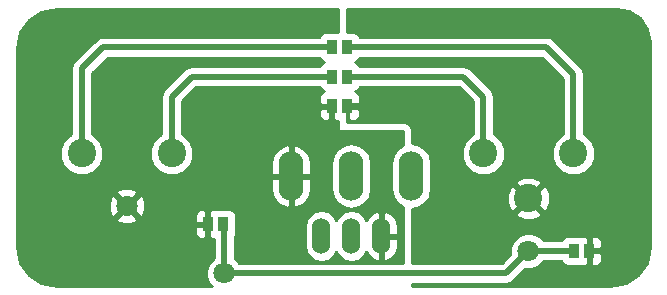
<source format=gbl>
G04 #@! TF.FileFunction,Copper,L2,Bot,Signal*
%FSLAX46Y46*%
G04 Gerber Fmt 4.6, Leading zero omitted, Abs format (unit mm)*
G04 Created by KiCad (PCBNEW 4.0.6) date 06/08/17 14:58:16*
%MOMM*%
%LPD*%
G01*
G04 APERTURE LIST*
%ADD10C,0.100000*%
%ADD11C,2.397760*%
%ADD12C,1.798320*%
%ADD13O,1.524000X3.048000*%
%ADD14O,2.095500X4.191000*%
%ADD15R,0.970000X1.270000*%
%ADD16C,0.500000*%
%ADD17C,0.254000*%
G04 APERTURE END LIST*
D10*
D11*
X103810000Y-101000000D03*
X96190000Y-101000000D03*
D12*
X100000000Y-105447540D03*
X108249920Y-111160000D03*
D11*
X130190000Y-101000000D03*
X137810000Y-101000000D03*
X134000000Y-104810000D03*
D12*
X134000000Y-109255000D03*
D13*
X116460000Y-108000000D03*
X119000000Y-108000000D03*
X121540000Y-108000000D03*
D14*
X124080000Y-102920000D03*
X119000000Y-102920000D03*
X113920000Y-102920000D03*
D15*
X117360000Y-92000000D03*
X118640000Y-92000000D03*
X137860000Y-109250000D03*
X139140000Y-109250000D03*
X108140000Y-107000000D03*
X106860000Y-107000000D03*
X117360000Y-94500000D03*
X118640000Y-94500000D03*
X117360000Y-97000000D03*
X118640000Y-97000000D03*
D16*
X103810000Y-101000000D02*
X103810000Y-96190000D01*
X110310000Y-94500000D02*
X117360000Y-94500000D01*
X103810000Y-96190000D02*
X105500000Y-94500000D01*
X105500000Y-94500000D02*
X110310000Y-94500000D01*
X96190000Y-93810000D02*
X98000000Y-92000000D01*
X98000000Y-92000000D02*
X105190000Y-92000000D01*
X96190000Y-101000000D02*
X96190000Y-93810000D01*
X117360000Y-92000000D02*
X105190000Y-92000000D01*
X118640000Y-94500000D02*
X128500000Y-94500000D01*
X128500000Y-94500000D02*
X130190000Y-96190000D01*
X130190000Y-96190000D02*
X130190000Y-101000000D01*
X118640000Y-92000000D02*
X135500000Y-92000000D01*
X135500000Y-92000000D02*
X137810000Y-94310000D01*
X137810000Y-94310000D02*
X137810000Y-101000000D01*
X119625000Y-97000000D02*
X125000000Y-97000000D01*
X118640000Y-97000000D02*
X119625000Y-97000000D01*
X108249920Y-111160000D02*
X108249920Y-107109920D01*
X108249920Y-107109920D02*
X108140000Y-107000000D01*
X108249920Y-111160000D02*
X132095000Y-111160000D01*
X132095000Y-111160000D02*
X134000000Y-109255000D01*
X134000000Y-109255000D02*
X137855000Y-109255000D01*
X137855000Y-109255000D02*
X137860000Y-109250000D01*
X108250000Y-111159920D02*
X108249920Y-111160000D01*
D17*
G36*
X117873000Y-90723230D02*
X117845000Y-90717560D01*
X116875000Y-90717560D01*
X116639683Y-90761838D01*
X116423559Y-90900910D01*
X116278569Y-91113110D01*
X116278186Y-91115000D01*
X98000005Y-91115000D01*
X98000000Y-91114999D01*
X97661326Y-91182366D01*
X97566054Y-91246025D01*
X97374210Y-91374210D01*
X97374208Y-91374213D01*
X95564210Y-93184210D01*
X95372367Y-93471325D01*
X95372367Y-93471326D01*
X95304999Y-93810000D01*
X95305000Y-93810005D01*
X95305000Y-99381414D01*
X95152547Y-99444406D01*
X94636219Y-99959834D01*
X94356439Y-100633618D01*
X94355802Y-101363181D01*
X94634406Y-102037453D01*
X95149834Y-102553781D01*
X95823618Y-102833561D01*
X96553181Y-102834198D01*
X97227453Y-102555594D01*
X97743781Y-102040166D01*
X98023561Y-101366382D01*
X98024198Y-100636819D01*
X97745594Y-99962547D01*
X97230166Y-99446219D01*
X97075000Y-99381788D01*
X97075000Y-94176580D01*
X98366579Y-92885000D01*
X116281286Y-92885000D01*
X116410910Y-93086441D01*
X116623110Y-93231431D01*
X116708926Y-93248809D01*
X116639683Y-93261838D01*
X116423559Y-93400910D01*
X116278569Y-93613110D01*
X116278186Y-93615000D01*
X105500005Y-93615000D01*
X105500000Y-93614999D01*
X105217516Y-93671190D01*
X105161325Y-93682367D01*
X104874210Y-93874210D01*
X104874208Y-93874213D01*
X103184210Y-95564210D01*
X102992367Y-95851325D01*
X102992367Y-95851326D01*
X102924999Y-96190000D01*
X102925000Y-96190005D01*
X102925000Y-99381414D01*
X102772547Y-99444406D01*
X102256219Y-99959834D01*
X101976439Y-100633618D01*
X101975802Y-101363181D01*
X102254406Y-102037453D01*
X102769834Y-102553781D01*
X103443618Y-102833561D01*
X104173181Y-102834198D01*
X104847453Y-102555594D01*
X105363781Y-102040166D01*
X105486241Y-101745250D01*
X112237250Y-101745250D01*
X112237250Y-102793000D01*
X113793000Y-102793000D01*
X113793000Y-100353551D01*
X114047000Y-100353551D01*
X114047000Y-102793000D01*
X115602750Y-102793000D01*
X115602750Y-101818756D01*
X117317250Y-101818756D01*
X117317250Y-104021244D01*
X117445342Y-104665205D01*
X117810116Y-105211128D01*
X118356039Y-105575902D01*
X119000000Y-105703994D01*
X119643961Y-105575902D01*
X120189884Y-105211128D01*
X120554658Y-104665205D01*
X120682750Y-104021244D01*
X120682750Y-101818756D01*
X120554658Y-101174795D01*
X120189884Y-100628872D01*
X119643961Y-100264098D01*
X119000000Y-100136006D01*
X118356039Y-100264098D01*
X117810116Y-100628872D01*
X117445342Y-101174795D01*
X117317250Y-101818756D01*
X115602750Y-101818756D01*
X115602750Y-101745250D01*
X115426057Y-101110957D01*
X115020081Y-100592564D01*
X114446628Y-100268992D01*
X114307926Y-100234825D01*
X114047000Y-100353551D01*
X113793000Y-100353551D01*
X113532074Y-100234825D01*
X113393372Y-100268992D01*
X112819919Y-100592564D01*
X112413943Y-101110957D01*
X112237250Y-101745250D01*
X105486241Y-101745250D01*
X105643561Y-101366382D01*
X105644198Y-100636819D01*
X105365594Y-99962547D01*
X104850166Y-99446219D01*
X104695000Y-99381788D01*
X104695000Y-97285750D01*
X116240000Y-97285750D01*
X116240000Y-97761309D01*
X116336673Y-97994698D01*
X116515301Y-98173327D01*
X116748690Y-98270000D01*
X117074250Y-98270000D01*
X117233000Y-98111250D01*
X117233000Y-97127000D01*
X116398750Y-97127000D01*
X116240000Y-97285750D01*
X104695000Y-97285750D01*
X104695000Y-96556580D01*
X105866579Y-95385000D01*
X116281286Y-95385000D01*
X116410910Y-95586441D01*
X116623110Y-95731431D01*
X116705134Y-95748041D01*
X116515301Y-95826673D01*
X116336673Y-96005302D01*
X116240000Y-96238691D01*
X116240000Y-96714250D01*
X116398750Y-96873000D01*
X117233000Y-96873000D01*
X117233000Y-96853000D01*
X117487000Y-96853000D01*
X117487000Y-96873000D01*
X117507000Y-96873000D01*
X117507000Y-97127000D01*
X117487000Y-97127000D01*
X117487000Y-98111250D01*
X117645750Y-98270000D01*
X117873000Y-98270000D01*
X117873000Y-99000000D01*
X117883006Y-99049410D01*
X117911447Y-99091035D01*
X117953841Y-99118315D01*
X118000000Y-99127000D01*
X123373000Y-99127000D01*
X123373000Y-100306219D01*
X122890116Y-100628872D01*
X122525342Y-101174795D01*
X122397250Y-101818756D01*
X122397250Y-104021244D01*
X122525342Y-104665205D01*
X122890116Y-105211128D01*
X123373000Y-105533781D01*
X123373000Y-110275000D01*
X109534203Y-110275000D01*
X109134920Y-109875020D01*
X109134920Y-108013503D01*
X109221431Y-107886890D01*
X109272440Y-107635000D01*
X109272440Y-107195703D01*
X115063000Y-107195703D01*
X115063000Y-108804297D01*
X115169340Y-109338906D01*
X115472172Y-109792125D01*
X115925391Y-110094957D01*
X116460000Y-110201297D01*
X116994609Y-110094957D01*
X117447828Y-109792125D01*
X117730000Y-109369826D01*
X118012172Y-109792125D01*
X118465391Y-110094957D01*
X119000000Y-110201297D01*
X119534609Y-110094957D01*
X119987828Y-109792125D01*
X120280349Y-109354338D01*
X120297941Y-109413941D01*
X120641974Y-109839630D01*
X121122723Y-110101260D01*
X121196930Y-110116220D01*
X121413000Y-109993720D01*
X121413000Y-108127000D01*
X121667000Y-108127000D01*
X121667000Y-109993720D01*
X121883070Y-110116220D01*
X121957277Y-110101260D01*
X122438026Y-109839630D01*
X122782059Y-109413941D01*
X122937000Y-108889000D01*
X122937000Y-108127000D01*
X121667000Y-108127000D01*
X121413000Y-108127000D01*
X121393000Y-108127000D01*
X121393000Y-107873000D01*
X121413000Y-107873000D01*
X121413000Y-106006280D01*
X121667000Y-106006280D01*
X121667000Y-107873000D01*
X122937000Y-107873000D01*
X122937000Y-107111000D01*
X122782059Y-106586059D01*
X122438026Y-106160370D01*
X121957277Y-105898740D01*
X121883070Y-105883780D01*
X121667000Y-106006280D01*
X121413000Y-106006280D01*
X121196930Y-105883780D01*
X121122723Y-105898740D01*
X120641974Y-106160370D01*
X120297941Y-106586059D01*
X120280349Y-106645662D01*
X119987828Y-106207875D01*
X119534609Y-105905043D01*
X119000000Y-105798703D01*
X118465391Y-105905043D01*
X118012172Y-106207875D01*
X117730000Y-106630174D01*
X117447828Y-106207875D01*
X116994609Y-105905043D01*
X116460000Y-105798703D01*
X115925391Y-105905043D01*
X115472172Y-106207875D01*
X115169340Y-106661094D01*
X115063000Y-107195703D01*
X109272440Y-107195703D01*
X109272440Y-106365000D01*
X109228162Y-106129683D01*
X109089090Y-105913559D01*
X108876890Y-105768569D01*
X108625000Y-105717560D01*
X107655000Y-105717560D01*
X107508037Y-105745213D01*
X107471310Y-105730000D01*
X107145750Y-105730000D01*
X106987000Y-105888750D01*
X106987000Y-106873000D01*
X107007000Y-106873000D01*
X107007000Y-107127000D01*
X106987000Y-107127000D01*
X106987000Y-108111250D01*
X107145750Y-108270000D01*
X107364920Y-108270000D01*
X107364920Y-109875717D01*
X106950081Y-110289833D01*
X106716027Y-110853498D01*
X106715494Y-111463824D01*
X106948564Y-112027897D01*
X107185254Y-112265000D01*
X94072391Y-112265000D01*
X92756049Y-112003163D01*
X91701478Y-111298522D01*
X90996837Y-110243951D01*
X90735000Y-108927610D01*
X90735000Y-107285750D01*
X105740000Y-107285750D01*
X105740000Y-107761309D01*
X105836673Y-107994698D01*
X106015301Y-108173327D01*
X106248690Y-108270000D01*
X106574250Y-108270000D01*
X106733000Y-108111250D01*
X106733000Y-107127000D01*
X105898750Y-107127000D01*
X105740000Y-107285750D01*
X90735000Y-107285750D01*
X90735000Y-106527091D01*
X99100054Y-106527091D01*
X99186358Y-106783488D01*
X99759538Y-106993163D01*
X100369327Y-106967530D01*
X100813642Y-106783488D01*
X100899946Y-106527091D01*
X100000000Y-105627145D01*
X99100054Y-106527091D01*
X90735000Y-106527091D01*
X90735000Y-105207078D01*
X98454377Y-105207078D01*
X98480010Y-105816867D01*
X98664052Y-106261182D01*
X98920449Y-106347486D01*
X99820395Y-105447540D01*
X100179605Y-105447540D01*
X101079551Y-106347486D01*
X101335948Y-106261182D01*
X101344175Y-106238691D01*
X105740000Y-106238691D01*
X105740000Y-106714250D01*
X105898750Y-106873000D01*
X106733000Y-106873000D01*
X106733000Y-105888750D01*
X106574250Y-105730000D01*
X106248690Y-105730000D01*
X106015301Y-105826673D01*
X105836673Y-106005302D01*
X105740000Y-106238691D01*
X101344175Y-106238691D01*
X101545623Y-105688002D01*
X101519990Y-105078213D01*
X101335948Y-104633898D01*
X101079551Y-104547594D01*
X100179605Y-105447540D01*
X99820395Y-105447540D01*
X98920449Y-104547594D01*
X98664052Y-104633898D01*
X98454377Y-105207078D01*
X90735000Y-105207078D01*
X90735000Y-104367989D01*
X99100054Y-104367989D01*
X100000000Y-105267935D01*
X100899946Y-104367989D01*
X100813642Y-104111592D01*
X100240462Y-103901917D01*
X99630673Y-103927550D01*
X99186358Y-104111592D01*
X99100054Y-104367989D01*
X90735000Y-104367989D01*
X90735000Y-103047000D01*
X112237250Y-103047000D01*
X112237250Y-104094750D01*
X112413943Y-104729043D01*
X112819919Y-105247436D01*
X113393372Y-105571008D01*
X113532074Y-105605175D01*
X113793000Y-105486449D01*
X113793000Y-103047000D01*
X114047000Y-103047000D01*
X114047000Y-105486449D01*
X114307926Y-105605175D01*
X114446628Y-105571008D01*
X115020081Y-105247436D01*
X115426057Y-104729043D01*
X115602750Y-104094750D01*
X115602750Y-103047000D01*
X114047000Y-103047000D01*
X113793000Y-103047000D01*
X112237250Y-103047000D01*
X90735000Y-103047000D01*
X90735000Y-92072390D01*
X90996837Y-90756049D01*
X91701478Y-89701478D01*
X92756049Y-88996837D01*
X94072391Y-88735000D01*
X117873000Y-88735000D01*
X117873000Y-90723230D01*
X117873000Y-90723230D01*
G37*
X117873000Y-90723230D02*
X117845000Y-90717560D01*
X116875000Y-90717560D01*
X116639683Y-90761838D01*
X116423559Y-90900910D01*
X116278569Y-91113110D01*
X116278186Y-91115000D01*
X98000005Y-91115000D01*
X98000000Y-91114999D01*
X97661326Y-91182366D01*
X97566054Y-91246025D01*
X97374210Y-91374210D01*
X97374208Y-91374213D01*
X95564210Y-93184210D01*
X95372367Y-93471325D01*
X95372367Y-93471326D01*
X95304999Y-93810000D01*
X95305000Y-93810005D01*
X95305000Y-99381414D01*
X95152547Y-99444406D01*
X94636219Y-99959834D01*
X94356439Y-100633618D01*
X94355802Y-101363181D01*
X94634406Y-102037453D01*
X95149834Y-102553781D01*
X95823618Y-102833561D01*
X96553181Y-102834198D01*
X97227453Y-102555594D01*
X97743781Y-102040166D01*
X98023561Y-101366382D01*
X98024198Y-100636819D01*
X97745594Y-99962547D01*
X97230166Y-99446219D01*
X97075000Y-99381788D01*
X97075000Y-94176580D01*
X98366579Y-92885000D01*
X116281286Y-92885000D01*
X116410910Y-93086441D01*
X116623110Y-93231431D01*
X116708926Y-93248809D01*
X116639683Y-93261838D01*
X116423559Y-93400910D01*
X116278569Y-93613110D01*
X116278186Y-93615000D01*
X105500005Y-93615000D01*
X105500000Y-93614999D01*
X105217516Y-93671190D01*
X105161325Y-93682367D01*
X104874210Y-93874210D01*
X104874208Y-93874213D01*
X103184210Y-95564210D01*
X102992367Y-95851325D01*
X102992367Y-95851326D01*
X102924999Y-96190000D01*
X102925000Y-96190005D01*
X102925000Y-99381414D01*
X102772547Y-99444406D01*
X102256219Y-99959834D01*
X101976439Y-100633618D01*
X101975802Y-101363181D01*
X102254406Y-102037453D01*
X102769834Y-102553781D01*
X103443618Y-102833561D01*
X104173181Y-102834198D01*
X104847453Y-102555594D01*
X105363781Y-102040166D01*
X105486241Y-101745250D01*
X112237250Y-101745250D01*
X112237250Y-102793000D01*
X113793000Y-102793000D01*
X113793000Y-100353551D01*
X114047000Y-100353551D01*
X114047000Y-102793000D01*
X115602750Y-102793000D01*
X115602750Y-101818756D01*
X117317250Y-101818756D01*
X117317250Y-104021244D01*
X117445342Y-104665205D01*
X117810116Y-105211128D01*
X118356039Y-105575902D01*
X119000000Y-105703994D01*
X119643961Y-105575902D01*
X120189884Y-105211128D01*
X120554658Y-104665205D01*
X120682750Y-104021244D01*
X120682750Y-101818756D01*
X120554658Y-101174795D01*
X120189884Y-100628872D01*
X119643961Y-100264098D01*
X119000000Y-100136006D01*
X118356039Y-100264098D01*
X117810116Y-100628872D01*
X117445342Y-101174795D01*
X117317250Y-101818756D01*
X115602750Y-101818756D01*
X115602750Y-101745250D01*
X115426057Y-101110957D01*
X115020081Y-100592564D01*
X114446628Y-100268992D01*
X114307926Y-100234825D01*
X114047000Y-100353551D01*
X113793000Y-100353551D01*
X113532074Y-100234825D01*
X113393372Y-100268992D01*
X112819919Y-100592564D01*
X112413943Y-101110957D01*
X112237250Y-101745250D01*
X105486241Y-101745250D01*
X105643561Y-101366382D01*
X105644198Y-100636819D01*
X105365594Y-99962547D01*
X104850166Y-99446219D01*
X104695000Y-99381788D01*
X104695000Y-97285750D01*
X116240000Y-97285750D01*
X116240000Y-97761309D01*
X116336673Y-97994698D01*
X116515301Y-98173327D01*
X116748690Y-98270000D01*
X117074250Y-98270000D01*
X117233000Y-98111250D01*
X117233000Y-97127000D01*
X116398750Y-97127000D01*
X116240000Y-97285750D01*
X104695000Y-97285750D01*
X104695000Y-96556580D01*
X105866579Y-95385000D01*
X116281286Y-95385000D01*
X116410910Y-95586441D01*
X116623110Y-95731431D01*
X116705134Y-95748041D01*
X116515301Y-95826673D01*
X116336673Y-96005302D01*
X116240000Y-96238691D01*
X116240000Y-96714250D01*
X116398750Y-96873000D01*
X117233000Y-96873000D01*
X117233000Y-96853000D01*
X117487000Y-96853000D01*
X117487000Y-96873000D01*
X117507000Y-96873000D01*
X117507000Y-97127000D01*
X117487000Y-97127000D01*
X117487000Y-98111250D01*
X117645750Y-98270000D01*
X117873000Y-98270000D01*
X117873000Y-99000000D01*
X117883006Y-99049410D01*
X117911447Y-99091035D01*
X117953841Y-99118315D01*
X118000000Y-99127000D01*
X123373000Y-99127000D01*
X123373000Y-100306219D01*
X122890116Y-100628872D01*
X122525342Y-101174795D01*
X122397250Y-101818756D01*
X122397250Y-104021244D01*
X122525342Y-104665205D01*
X122890116Y-105211128D01*
X123373000Y-105533781D01*
X123373000Y-110275000D01*
X109534203Y-110275000D01*
X109134920Y-109875020D01*
X109134920Y-108013503D01*
X109221431Y-107886890D01*
X109272440Y-107635000D01*
X109272440Y-107195703D01*
X115063000Y-107195703D01*
X115063000Y-108804297D01*
X115169340Y-109338906D01*
X115472172Y-109792125D01*
X115925391Y-110094957D01*
X116460000Y-110201297D01*
X116994609Y-110094957D01*
X117447828Y-109792125D01*
X117730000Y-109369826D01*
X118012172Y-109792125D01*
X118465391Y-110094957D01*
X119000000Y-110201297D01*
X119534609Y-110094957D01*
X119987828Y-109792125D01*
X120280349Y-109354338D01*
X120297941Y-109413941D01*
X120641974Y-109839630D01*
X121122723Y-110101260D01*
X121196930Y-110116220D01*
X121413000Y-109993720D01*
X121413000Y-108127000D01*
X121667000Y-108127000D01*
X121667000Y-109993720D01*
X121883070Y-110116220D01*
X121957277Y-110101260D01*
X122438026Y-109839630D01*
X122782059Y-109413941D01*
X122937000Y-108889000D01*
X122937000Y-108127000D01*
X121667000Y-108127000D01*
X121413000Y-108127000D01*
X121393000Y-108127000D01*
X121393000Y-107873000D01*
X121413000Y-107873000D01*
X121413000Y-106006280D01*
X121667000Y-106006280D01*
X121667000Y-107873000D01*
X122937000Y-107873000D01*
X122937000Y-107111000D01*
X122782059Y-106586059D01*
X122438026Y-106160370D01*
X121957277Y-105898740D01*
X121883070Y-105883780D01*
X121667000Y-106006280D01*
X121413000Y-106006280D01*
X121196930Y-105883780D01*
X121122723Y-105898740D01*
X120641974Y-106160370D01*
X120297941Y-106586059D01*
X120280349Y-106645662D01*
X119987828Y-106207875D01*
X119534609Y-105905043D01*
X119000000Y-105798703D01*
X118465391Y-105905043D01*
X118012172Y-106207875D01*
X117730000Y-106630174D01*
X117447828Y-106207875D01*
X116994609Y-105905043D01*
X116460000Y-105798703D01*
X115925391Y-105905043D01*
X115472172Y-106207875D01*
X115169340Y-106661094D01*
X115063000Y-107195703D01*
X109272440Y-107195703D01*
X109272440Y-106365000D01*
X109228162Y-106129683D01*
X109089090Y-105913559D01*
X108876890Y-105768569D01*
X108625000Y-105717560D01*
X107655000Y-105717560D01*
X107508037Y-105745213D01*
X107471310Y-105730000D01*
X107145750Y-105730000D01*
X106987000Y-105888750D01*
X106987000Y-106873000D01*
X107007000Y-106873000D01*
X107007000Y-107127000D01*
X106987000Y-107127000D01*
X106987000Y-108111250D01*
X107145750Y-108270000D01*
X107364920Y-108270000D01*
X107364920Y-109875717D01*
X106950081Y-110289833D01*
X106716027Y-110853498D01*
X106715494Y-111463824D01*
X106948564Y-112027897D01*
X107185254Y-112265000D01*
X94072391Y-112265000D01*
X92756049Y-112003163D01*
X91701478Y-111298522D01*
X90996837Y-110243951D01*
X90735000Y-108927610D01*
X90735000Y-107285750D01*
X105740000Y-107285750D01*
X105740000Y-107761309D01*
X105836673Y-107994698D01*
X106015301Y-108173327D01*
X106248690Y-108270000D01*
X106574250Y-108270000D01*
X106733000Y-108111250D01*
X106733000Y-107127000D01*
X105898750Y-107127000D01*
X105740000Y-107285750D01*
X90735000Y-107285750D01*
X90735000Y-106527091D01*
X99100054Y-106527091D01*
X99186358Y-106783488D01*
X99759538Y-106993163D01*
X100369327Y-106967530D01*
X100813642Y-106783488D01*
X100899946Y-106527091D01*
X100000000Y-105627145D01*
X99100054Y-106527091D01*
X90735000Y-106527091D01*
X90735000Y-105207078D01*
X98454377Y-105207078D01*
X98480010Y-105816867D01*
X98664052Y-106261182D01*
X98920449Y-106347486D01*
X99820395Y-105447540D01*
X100179605Y-105447540D01*
X101079551Y-106347486D01*
X101335948Y-106261182D01*
X101344175Y-106238691D01*
X105740000Y-106238691D01*
X105740000Y-106714250D01*
X105898750Y-106873000D01*
X106733000Y-106873000D01*
X106733000Y-105888750D01*
X106574250Y-105730000D01*
X106248690Y-105730000D01*
X106015301Y-105826673D01*
X105836673Y-106005302D01*
X105740000Y-106238691D01*
X101344175Y-106238691D01*
X101545623Y-105688002D01*
X101519990Y-105078213D01*
X101335948Y-104633898D01*
X101079551Y-104547594D01*
X100179605Y-105447540D01*
X99820395Y-105447540D01*
X98920449Y-104547594D01*
X98664052Y-104633898D01*
X98454377Y-105207078D01*
X90735000Y-105207078D01*
X90735000Y-104367989D01*
X99100054Y-104367989D01*
X100000000Y-105267935D01*
X100899946Y-104367989D01*
X100813642Y-104111592D01*
X100240462Y-103901917D01*
X99630673Y-103927550D01*
X99186358Y-104111592D01*
X99100054Y-104367989D01*
X90735000Y-104367989D01*
X90735000Y-103047000D01*
X112237250Y-103047000D01*
X112237250Y-104094750D01*
X112413943Y-104729043D01*
X112819919Y-105247436D01*
X113393372Y-105571008D01*
X113532074Y-105605175D01*
X113793000Y-105486449D01*
X113793000Y-103047000D01*
X114047000Y-103047000D01*
X114047000Y-105486449D01*
X114307926Y-105605175D01*
X114446628Y-105571008D01*
X115020081Y-105247436D01*
X115426057Y-104729043D01*
X115602750Y-104094750D01*
X115602750Y-103047000D01*
X114047000Y-103047000D01*
X113793000Y-103047000D01*
X112237250Y-103047000D01*
X90735000Y-103047000D01*
X90735000Y-92072390D01*
X90996837Y-90756049D01*
X91701478Y-89701478D01*
X92756049Y-88996837D01*
X94072391Y-88735000D01*
X117873000Y-88735000D01*
X117873000Y-90723230D01*
G36*
X142552610Y-88958777D02*
X143444969Y-89555031D01*
X144041223Y-90447390D01*
X144265000Y-91572390D01*
X144265000Y-108927609D01*
X144003163Y-110243951D01*
X143298522Y-111298522D01*
X142243951Y-112003163D01*
X140927610Y-112265000D01*
X124135000Y-112265000D01*
X124135000Y-112045000D01*
X132094995Y-112045000D01*
X132095000Y-112045001D01*
X132377484Y-111988810D01*
X132433675Y-111977633D01*
X132720790Y-111785790D01*
X133717665Y-110788914D01*
X134303824Y-110789426D01*
X134867897Y-110556356D01*
X135284980Y-110140000D01*
X136784504Y-110140000D01*
X136910910Y-110336441D01*
X137123110Y-110481431D01*
X137375000Y-110532440D01*
X138345000Y-110532440D01*
X138491963Y-110504787D01*
X138528690Y-110520000D01*
X138854250Y-110520000D01*
X139013000Y-110361250D01*
X139013000Y-109377000D01*
X139267000Y-109377000D01*
X139267000Y-110361250D01*
X139425750Y-110520000D01*
X139751310Y-110520000D01*
X139984699Y-110423327D01*
X140163327Y-110244698D01*
X140260000Y-110011309D01*
X140260000Y-109535750D01*
X140101250Y-109377000D01*
X139267000Y-109377000D01*
X139013000Y-109377000D01*
X138993000Y-109377000D01*
X138993000Y-109123000D01*
X139013000Y-109123000D01*
X139013000Y-108138750D01*
X139267000Y-108138750D01*
X139267000Y-109123000D01*
X140101250Y-109123000D01*
X140260000Y-108964250D01*
X140260000Y-108488691D01*
X140163327Y-108255302D01*
X139984699Y-108076673D01*
X139751310Y-107980000D01*
X139425750Y-107980000D01*
X139267000Y-108138750D01*
X139013000Y-108138750D01*
X138854250Y-107980000D01*
X138528690Y-107980000D01*
X138488545Y-107996629D01*
X138345000Y-107967560D01*
X137375000Y-107967560D01*
X137139683Y-108011838D01*
X136923559Y-108150910D01*
X136778569Y-108363110D01*
X136777174Y-108370000D01*
X135284283Y-108370000D01*
X134870167Y-107955161D01*
X134306502Y-107721107D01*
X133696176Y-107720574D01*
X133132103Y-107953644D01*
X132700161Y-108384833D01*
X132466107Y-108948498D01*
X132465592Y-109537828D01*
X131728420Y-110275000D01*
X124135000Y-110275000D01*
X124135000Y-106106366D01*
X132883239Y-106106366D01*
X133006237Y-106393862D01*
X133688000Y-106653594D01*
X134417263Y-106632656D01*
X134993763Y-106393862D01*
X135116761Y-106106366D01*
X134000000Y-104989605D01*
X132883239Y-106106366D01*
X124135000Y-106106366D01*
X124135000Y-105693054D01*
X124723961Y-105575902D01*
X125269884Y-105211128D01*
X125634658Y-104665205D01*
X125667917Y-104498000D01*
X132156406Y-104498000D01*
X132177344Y-105227263D01*
X132416138Y-105803763D01*
X132703634Y-105926761D01*
X133820395Y-104810000D01*
X134179605Y-104810000D01*
X135296366Y-105926761D01*
X135583862Y-105803763D01*
X135843594Y-105122000D01*
X135822656Y-104392737D01*
X135583862Y-103816237D01*
X135296366Y-103693239D01*
X134179605Y-104810000D01*
X133820395Y-104810000D01*
X132703634Y-103693239D01*
X132416138Y-103816237D01*
X132156406Y-104498000D01*
X125667917Y-104498000D01*
X125762750Y-104021244D01*
X125762750Y-103513634D01*
X132883239Y-103513634D01*
X134000000Y-104630395D01*
X135116761Y-103513634D01*
X134993763Y-103226138D01*
X134312000Y-102966406D01*
X133582737Y-102987344D01*
X133006237Y-103226138D01*
X132883239Y-103513634D01*
X125762750Y-103513634D01*
X125762750Y-101818756D01*
X125634658Y-101174795D01*
X125269884Y-100628872D01*
X124723961Y-100264098D01*
X124135000Y-100146946D01*
X124135000Y-99000000D01*
X124091573Y-98769205D01*
X123955173Y-98557233D01*
X123747051Y-98415029D01*
X123500000Y-98365000D01*
X118635000Y-98365000D01*
X118635000Y-97127000D01*
X118767000Y-97127000D01*
X118767000Y-98111250D01*
X118925750Y-98270000D01*
X119251310Y-98270000D01*
X119484699Y-98173327D01*
X119663327Y-97994698D01*
X119760000Y-97761309D01*
X119760000Y-97285750D01*
X119601250Y-97127000D01*
X118767000Y-97127000D01*
X118635000Y-97127000D01*
X118635000Y-96853000D01*
X118767000Y-96853000D01*
X118767000Y-96873000D01*
X119601250Y-96873000D01*
X119760000Y-96714250D01*
X119760000Y-96238691D01*
X119663327Y-96005302D01*
X119484699Y-95826673D01*
X119298910Y-95749717D01*
X119360317Y-95738162D01*
X119576441Y-95599090D01*
X119721431Y-95386890D01*
X119721814Y-95385000D01*
X128133420Y-95385000D01*
X129305000Y-96556579D01*
X129305000Y-99381414D01*
X129152547Y-99444406D01*
X128636219Y-99959834D01*
X128356439Y-100633618D01*
X128355802Y-101363181D01*
X128634406Y-102037453D01*
X129149834Y-102553781D01*
X129823618Y-102833561D01*
X130553181Y-102834198D01*
X131227453Y-102555594D01*
X131743781Y-102040166D01*
X132023561Y-101366382D01*
X132024198Y-100636819D01*
X131745594Y-99962547D01*
X131230166Y-99446219D01*
X131075000Y-99381788D01*
X131075000Y-96190005D01*
X131075001Y-96190000D01*
X131007633Y-95851326D01*
X131007633Y-95851325D01*
X130815790Y-95564210D01*
X130815787Y-95564208D01*
X129125790Y-93874210D01*
X129112006Y-93865000D01*
X128838675Y-93682367D01*
X128782484Y-93671190D01*
X128500000Y-93614999D01*
X128499995Y-93615000D01*
X119718714Y-93615000D01*
X119589090Y-93413559D01*
X119376890Y-93268569D01*
X119291074Y-93251191D01*
X119360317Y-93238162D01*
X119576441Y-93099090D01*
X119721431Y-92886890D01*
X119721814Y-92885000D01*
X135133420Y-92885000D01*
X136925000Y-94676579D01*
X136925000Y-99381414D01*
X136772547Y-99444406D01*
X136256219Y-99959834D01*
X135976439Y-100633618D01*
X135975802Y-101363181D01*
X136254406Y-102037453D01*
X136769834Y-102553781D01*
X137443618Y-102833561D01*
X138173181Y-102834198D01*
X138847453Y-102555594D01*
X139363781Y-102040166D01*
X139643561Y-101366382D01*
X139644198Y-100636819D01*
X139365594Y-99962547D01*
X138850166Y-99446219D01*
X138695000Y-99381788D01*
X138695000Y-94310000D01*
X138627633Y-93971325D01*
X138435790Y-93684210D01*
X138435787Y-93684208D01*
X136125790Y-91374210D01*
X136046079Y-91320949D01*
X135838675Y-91182367D01*
X135782484Y-91171190D01*
X135500000Y-91114999D01*
X135499995Y-91115000D01*
X119718714Y-91115000D01*
X119589090Y-90913559D01*
X119376890Y-90768569D01*
X119125000Y-90717560D01*
X118635000Y-90717560D01*
X118635000Y-88735000D01*
X141427609Y-88735000D01*
X142552610Y-88958777D01*
X142552610Y-88958777D01*
G37*
X142552610Y-88958777D02*
X143444969Y-89555031D01*
X144041223Y-90447390D01*
X144265000Y-91572390D01*
X144265000Y-108927609D01*
X144003163Y-110243951D01*
X143298522Y-111298522D01*
X142243951Y-112003163D01*
X140927610Y-112265000D01*
X124135000Y-112265000D01*
X124135000Y-112045000D01*
X132094995Y-112045000D01*
X132095000Y-112045001D01*
X132377484Y-111988810D01*
X132433675Y-111977633D01*
X132720790Y-111785790D01*
X133717665Y-110788914D01*
X134303824Y-110789426D01*
X134867897Y-110556356D01*
X135284980Y-110140000D01*
X136784504Y-110140000D01*
X136910910Y-110336441D01*
X137123110Y-110481431D01*
X137375000Y-110532440D01*
X138345000Y-110532440D01*
X138491963Y-110504787D01*
X138528690Y-110520000D01*
X138854250Y-110520000D01*
X139013000Y-110361250D01*
X139013000Y-109377000D01*
X139267000Y-109377000D01*
X139267000Y-110361250D01*
X139425750Y-110520000D01*
X139751310Y-110520000D01*
X139984699Y-110423327D01*
X140163327Y-110244698D01*
X140260000Y-110011309D01*
X140260000Y-109535750D01*
X140101250Y-109377000D01*
X139267000Y-109377000D01*
X139013000Y-109377000D01*
X138993000Y-109377000D01*
X138993000Y-109123000D01*
X139013000Y-109123000D01*
X139013000Y-108138750D01*
X139267000Y-108138750D01*
X139267000Y-109123000D01*
X140101250Y-109123000D01*
X140260000Y-108964250D01*
X140260000Y-108488691D01*
X140163327Y-108255302D01*
X139984699Y-108076673D01*
X139751310Y-107980000D01*
X139425750Y-107980000D01*
X139267000Y-108138750D01*
X139013000Y-108138750D01*
X138854250Y-107980000D01*
X138528690Y-107980000D01*
X138488545Y-107996629D01*
X138345000Y-107967560D01*
X137375000Y-107967560D01*
X137139683Y-108011838D01*
X136923559Y-108150910D01*
X136778569Y-108363110D01*
X136777174Y-108370000D01*
X135284283Y-108370000D01*
X134870167Y-107955161D01*
X134306502Y-107721107D01*
X133696176Y-107720574D01*
X133132103Y-107953644D01*
X132700161Y-108384833D01*
X132466107Y-108948498D01*
X132465592Y-109537828D01*
X131728420Y-110275000D01*
X124135000Y-110275000D01*
X124135000Y-106106366D01*
X132883239Y-106106366D01*
X133006237Y-106393862D01*
X133688000Y-106653594D01*
X134417263Y-106632656D01*
X134993763Y-106393862D01*
X135116761Y-106106366D01*
X134000000Y-104989605D01*
X132883239Y-106106366D01*
X124135000Y-106106366D01*
X124135000Y-105693054D01*
X124723961Y-105575902D01*
X125269884Y-105211128D01*
X125634658Y-104665205D01*
X125667917Y-104498000D01*
X132156406Y-104498000D01*
X132177344Y-105227263D01*
X132416138Y-105803763D01*
X132703634Y-105926761D01*
X133820395Y-104810000D01*
X134179605Y-104810000D01*
X135296366Y-105926761D01*
X135583862Y-105803763D01*
X135843594Y-105122000D01*
X135822656Y-104392737D01*
X135583862Y-103816237D01*
X135296366Y-103693239D01*
X134179605Y-104810000D01*
X133820395Y-104810000D01*
X132703634Y-103693239D01*
X132416138Y-103816237D01*
X132156406Y-104498000D01*
X125667917Y-104498000D01*
X125762750Y-104021244D01*
X125762750Y-103513634D01*
X132883239Y-103513634D01*
X134000000Y-104630395D01*
X135116761Y-103513634D01*
X134993763Y-103226138D01*
X134312000Y-102966406D01*
X133582737Y-102987344D01*
X133006237Y-103226138D01*
X132883239Y-103513634D01*
X125762750Y-103513634D01*
X125762750Y-101818756D01*
X125634658Y-101174795D01*
X125269884Y-100628872D01*
X124723961Y-100264098D01*
X124135000Y-100146946D01*
X124135000Y-99000000D01*
X124091573Y-98769205D01*
X123955173Y-98557233D01*
X123747051Y-98415029D01*
X123500000Y-98365000D01*
X118635000Y-98365000D01*
X118635000Y-97127000D01*
X118767000Y-97127000D01*
X118767000Y-98111250D01*
X118925750Y-98270000D01*
X119251310Y-98270000D01*
X119484699Y-98173327D01*
X119663327Y-97994698D01*
X119760000Y-97761309D01*
X119760000Y-97285750D01*
X119601250Y-97127000D01*
X118767000Y-97127000D01*
X118635000Y-97127000D01*
X118635000Y-96853000D01*
X118767000Y-96853000D01*
X118767000Y-96873000D01*
X119601250Y-96873000D01*
X119760000Y-96714250D01*
X119760000Y-96238691D01*
X119663327Y-96005302D01*
X119484699Y-95826673D01*
X119298910Y-95749717D01*
X119360317Y-95738162D01*
X119576441Y-95599090D01*
X119721431Y-95386890D01*
X119721814Y-95385000D01*
X128133420Y-95385000D01*
X129305000Y-96556579D01*
X129305000Y-99381414D01*
X129152547Y-99444406D01*
X128636219Y-99959834D01*
X128356439Y-100633618D01*
X128355802Y-101363181D01*
X128634406Y-102037453D01*
X129149834Y-102553781D01*
X129823618Y-102833561D01*
X130553181Y-102834198D01*
X131227453Y-102555594D01*
X131743781Y-102040166D01*
X132023561Y-101366382D01*
X132024198Y-100636819D01*
X131745594Y-99962547D01*
X131230166Y-99446219D01*
X131075000Y-99381788D01*
X131075000Y-96190005D01*
X131075001Y-96190000D01*
X131007633Y-95851326D01*
X131007633Y-95851325D01*
X130815790Y-95564210D01*
X130815787Y-95564208D01*
X129125790Y-93874210D01*
X129112006Y-93865000D01*
X128838675Y-93682367D01*
X128782484Y-93671190D01*
X128500000Y-93614999D01*
X128499995Y-93615000D01*
X119718714Y-93615000D01*
X119589090Y-93413559D01*
X119376890Y-93268569D01*
X119291074Y-93251191D01*
X119360317Y-93238162D01*
X119576441Y-93099090D01*
X119721431Y-92886890D01*
X119721814Y-92885000D01*
X135133420Y-92885000D01*
X136925000Y-94676579D01*
X136925000Y-99381414D01*
X136772547Y-99444406D01*
X136256219Y-99959834D01*
X135976439Y-100633618D01*
X135975802Y-101363181D01*
X136254406Y-102037453D01*
X136769834Y-102553781D01*
X137443618Y-102833561D01*
X138173181Y-102834198D01*
X138847453Y-102555594D01*
X139363781Y-102040166D01*
X139643561Y-101366382D01*
X139644198Y-100636819D01*
X139365594Y-99962547D01*
X138850166Y-99446219D01*
X138695000Y-99381788D01*
X138695000Y-94310000D01*
X138627633Y-93971325D01*
X138435790Y-93684210D01*
X138435787Y-93684208D01*
X136125790Y-91374210D01*
X136046079Y-91320949D01*
X135838675Y-91182367D01*
X135782484Y-91171190D01*
X135500000Y-91114999D01*
X135499995Y-91115000D01*
X119718714Y-91115000D01*
X119589090Y-90913559D01*
X119376890Y-90768569D01*
X119125000Y-90717560D01*
X118635000Y-90717560D01*
X118635000Y-88735000D01*
X141427609Y-88735000D01*
X142552610Y-88958777D01*
M02*

</source>
